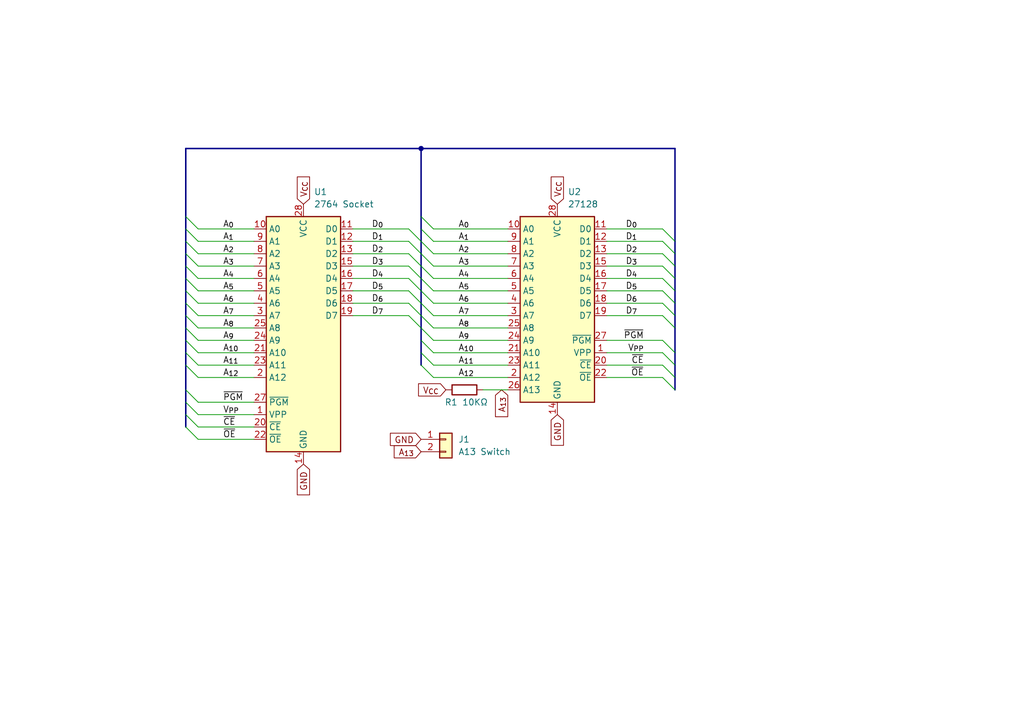
<source format=kicad_sch>
(kicad_sch (version 20250114) (generator "eeschema") (generator_version "9.0")
  (paper "A5")
  (title_block (title "2764 to 27128 Converter") (date "23/NOV/2025") (rev "A") (company "Brett Hallen") (comment 1 "www.youtube.com/@Brfff"))
  (lib_symbols
    (symbol "Connector_Generic:Conn_01x02" (pin_names (offset 1.016) (hide yes))
      (property "Reference" "J" (at 0 2.54 0))
      (property "Value" "Conn_01x02" (at 0 -5.08 0))
      (symbol "Conn_01x02_1_1"
        (rectangle (start -1.27 1.27) (end 1.27 -3.81) (stroke (width 0.254)) (fill (type background)))
        (rectangle (start -1.27 0.127) (end 0 -0.127) (stroke (width 0.1524)))
        (rectangle (start -1.27 -2.413) (end 0 -2.667) (stroke (width 0.1524)))
        (pin passive line (at -5.08 0 0) (length 3.81) (name "Pin_1") (number "1"))
        (pin passive line (at -5.08 -2.54 0) (length 3.81) (name "Pin_2") (number "2"))
      )
    )
    (symbol "Device:R" (pin_numbers (hide yes)) (pin_names (offset 0))
      (property "Reference" "R" (at 2.032 0 90))
      (property "Value" "R" (at 0 0 90))
      (symbol "R_0_1"
        (rectangle (start -1.016 -2.54) (end 1.016 2.54) (stroke (width 0.254)))
      )
      (symbol "R_1_1"
        (pin passive line (at 0 3.81 270) (length 1.27) (name "~") (number "1"))
        (pin passive line (at 0 -3.81 90) (length 1.27) (name "~") (number "2"))
      )
    )
    (symbol "Memory_EPROM:27128"
      (property "Reference" "U2" (at 2.1433 30.48 0))
      (property "Value" "27128" (at 2.1433 27.94 0))
      (symbol "27128_1_1"
        (rectangle (start -7.62 25.4) (end 7.62 -12.7) (stroke (width 0.254)) (fill (type background)))
        (pin input line (at -10.16 22.86 0) (length 2.54) (name "A0") (number "10"))
        (pin input line (at -10.16 20.32 0) (length 2.54) (name "A1") (number "9"))
        (pin input line (at -10.16 17.78 0) (length 2.54) (name "A2") (number "8"))
        (pin input line (at -10.16 15.24 0) (length 2.54) (name "A3") (number "7"))
        (pin input line (at -10.16 12.7 0) (length 2.54) (name "A4") (number "6"))
        (pin input line (at -10.16 10.16 0) (length 2.54) (name "A5") (number "5"))
        (pin input line (at -10.16 7.62 0) (length 2.54) (name "A6") (number "4"))
        (pin input line (at -10.16 5.08 0) (length 2.54) (name "A7") (number "3"))
        (pin input line (at -10.16 2.54 0) (length 2.54) (name "A8") (number "25"))
        (pin input line (at -10.16 0 0) (length 2.54) (name "A9") (number "24"))
        (pin input line (at -10.16 -2.54 0) (length 2.54) (name "A10") (number "21"))
        (pin input line (at -10.16 -5.08 0) (length 2.54) (name "A11") (number "23"))
        (pin input line (at -10.16 -7.62 0) (length 2.54) (name "A12") (number "2"))
        (pin input line (at -10.16 -10.16 0) (length 2.54) (name "A13") (number "26"))
        (pin power_in line (at 0 27.94 270) (length 2.54) (name "VCC") (number "28"))
        (pin power_in line (at 0 -15.24 90) (length 2.54) (name "GND") (number "14"))
        (pin tri_state line (at 10.16 22.86 180) (length 2.54) (name "D0") (number "11"))
        (pin tri_state line (at 10.16 20.32 180) (length 2.54) (name "D1") (number "12"))
        (pin tri_state line (at 10.16 17.78 180) (length 2.54) (name "D2") (number "13"))
        (pin tri_state line (at 10.16 15.24 180) (length 2.54) (name "D3") (number "15"))
        (pin tri_state line (at 10.16 12.7 180) (length 2.54) (name "D4") (number "16"))
        (pin tri_state line (at 10.16 10.16 180) (length 2.54) (name "D5") (number "17"))
        (pin tri_state line (at 10.16 7.62 180) (length 2.54) (name "D6") (number "18"))
        (pin tri_state line (at 10.16 5.08 180) (length 2.54) (name "D7") (number "19"))
        (pin input line (at 10.16 0 180) (length 2.54) (name "~{PGM}") (number "27"))
        (pin input line (at 10.16 -2.54 180) (length 2.54) (name "VPP") (number "1"))
        (pin input line (at 10.16 -5.08 180) (length 2.54) (name "~{CE}") (number "20"))
        (pin input line (at 10.16 -7.62 180) (length 2.54) (name "~{OE}") (number "22"))
      )
    )
    (symbol "Memory_EPROM:2764"
      (property "Reference" "U" (at -7.62 24.13 0))
      (property "Value" "2764" (at 2.54 -26.67 0))
      (symbol "2764_1_1"
        (rectangle (start -7.62 22.86) (end 7.62 -25.4) (stroke (width 0.254)) (fill (type background)))
        (pin input line (at -10.16 20.32 0) (length 2.54) (name "A0") (number "10"))
        (pin input line (at -10.16 17.78 0) (length 2.54) (name "A1") (number "9"))
        (pin input line (at -10.16 15.24 0) (length 2.54) (name "A2") (number "8"))
        (pin input line (at -10.16 12.7 0) (length 2.54) (name "A3") (number "7"))
        (pin input line (at -10.16 10.16 0) (length 2.54) (name "A4") (number "6"))
        (pin input line (at -10.16 7.62 0) (length 2.54) (name "A5") (number "5"))
        (pin input line (at -10.16 5.08 0) (length 2.54) (name "A6") (number "4"))
        (pin input line (at -10.16 2.54 0) (length 2.54) (name "A7") (number "3"))
        (pin input line (at -10.16 0 0) (length 2.54) (name "A8") (number "25"))
        (pin input line (at -10.16 -2.54 0) (length 2.54) (name "A9") (number "24"))
        (pin input line (at -10.16 -5.08 0) (length 2.54) (name "A10") (number "21"))
        (pin input line (at -10.16 -7.62 0) (length 2.54) (name "A11") (number "23"))
        (pin input line (at -10.16 -10.16 0) (length 2.54) (name "A12") (number "2"))
        (pin input line (at -10.16 -15.24 0) (length 2.54) (name "~{PGM}") (number "27"))
        (pin input line (at -10.16 -17.78 0) (length 2.54) (name "VPP") (number "1"))
        (pin input line (at -10.16 -20.32 0) (length 2.54) (name "~{CE}") (number "20"))
        (pin input line (at -10.16 -22.86 0) (length 2.54) (name "~{OE}") (number "22"))
        (pin power_in line (at 0 25.4 270) (length 2.54) (name "VCC") (number "28"))
        (pin power_in line (at 0 -27.94 90) (length 2.54) (name "GND") (number "14"))
        (pin no_connect line (at 7.62 0 180) (length 2.54) (hide yes) (name "NC") (number "26"))
        (pin tri_state line (at 10.16 20.32 180) (length 2.54) (name "D0") (number "11"))
        (pin tri_state line (at 10.16 17.78 180) (length 2.54) (name "D1") (number "12"))
        (pin tri_state line (at 10.16 15.24 180) (length 2.54) (name "D2") (number "13"))
        (pin tri_state line (at 10.16 12.7 180) (length 2.54) (name "D3") (number "15"))
        (pin tri_state line (at 10.16 10.16 180) (length 2.54) (name "D4") (number "16"))
        (pin tri_state line (at 10.16 7.62 180) (length 2.54) (name "D5") (number "17"))
        (pin tri_state line (at 10.16 5.08 180) (length 2.54) (name "D6") (number "18"))
        (pin tri_state line (at 10.16 2.54 180) (length 2.54) (name "D7") (number "19"))
      )
    )
  )
  (junction (at 86.36 30.48))
  (bus_entry (at 38.1 44.45) (size 2.54 2.54))
  (bus_entry (at 135.89 46.99) (size 2.54 2.54))
  (bus_entry (at 38.1 69.85) (size 2.54 2.54))
  (bus_entry (at 135.89 54.61) (size 2.54 2.54))
  (bus_entry (at 86.36 69.85) (size 2.54 2.54))
  (bus_entry (at 135.89 57.15) (size 2.54 2.54))
  (bus_entry (at 38.1 49.53) (size 2.54 2.54))
  (bus_entry (at 38.1 80.01) (size 2.54 2.54))
  (bus_entry (at 38.1 82.55) (size 2.54 2.54))
  (bus_entry (at 86.36 62.23) (size 2.54 2.54))
  (bus_entry (at 38.1 52.07) (size 2.54 2.54))
  (bus_entry (at 86.36 49.53) (size 2.54 2.54))
  (bus_entry (at 86.36 67.31) (size 2.54 2.54))
  (bus_entry (at 83.82 54.61) (size 2.54 2.54))
  (bus_entry (at 135.89 49.53) (size 2.54 2.54))
  (bus_entry (at 83.82 57.15) (size 2.54 2.54))
  (bus_entry (at 86.36 44.45) (size 2.54 2.54))
  (bus_entry (at 38.1 67.31) (size 2.54 2.54))
  (bus_entry (at 38.1 62.23) (size 2.54 2.54))
  (bus_entry (at 135.89 62.23) (size 2.54 2.54))
  (bus_entry (at 135.89 52.07) (size 2.54 2.54))
  (bus_entry (at 83.82 59.69) (size 2.54 2.54))
  (bus_entry (at 83.82 62.23) (size 2.54 2.54))
  (bus_entry (at 86.36 74.93) (size 2.54 2.54))
  (bus_entry (at 38.1 59.69) (size 2.54 2.54))
  (bus_entry (at 83.82 52.07) (size 2.54 2.54))
  (bus_entry (at 38.1 57.15) (size 2.54 2.54))
  (bus_entry (at 86.36 57.15) (size 2.54 2.54))
  (bus_entry (at 38.1 46.99) (size 2.54 2.54))
  (bus_entry (at 86.36 52.07) (size 2.54 2.54))
  (bus_entry (at 86.36 54.61) (size 2.54 2.54))
  (bus_entry (at 135.89 59.69) (size 2.54 2.54))
  (bus_entry (at 83.82 64.77) (size 2.54 2.54))
  (bus_entry (at 83.82 46.99) (size 2.54 2.54))
  (bus_entry (at 38.1 85.09) (size 2.54 2.54))
  (bus_entry (at 86.36 72.39) (size 2.54 2.54))
  (bus_entry (at 38.1 64.77) (size 2.54 2.54))
  (bus_entry (at 38.1 72.39) (size 2.54 2.54))
  (bus_entry (at 135.89 77.47) (size 2.54 2.54))
  (bus_entry (at 86.36 59.69) (size 2.54 2.54))
  (bus_entry (at 38.1 74.93) (size 2.54 2.54))
  (bus_entry (at 86.36 64.77) (size 2.54 2.54))
  (bus_entry (at 135.89 72.39) (size 2.54 2.54))
  (bus_entry (at 83.82 49.53) (size 2.54 2.54))
  (bus_entry (at 38.1 87.63) (size 2.54 2.54))
  (bus_entry (at 135.89 74.93) (size 2.54 2.54))
  (bus_entry (at 86.36 46.99) (size 2.54 2.54))
  (bus_entry (at 135.89 64.77) (size 2.54 2.54))
  (bus_entry (at 38.1 54.61) (size 2.54 2.54))
  (bus_entry (at 135.89 69.85) (size 2.54 2.54))
  (bus (pts (xy 38.1 74.93) (xy 38.1 72.39)))
  (wire (pts (xy 72.39 64.77) (xy 83.82 64.77)))
  (wire (pts (xy 88.9 64.77) (xy 104.14 64.77)))
  (wire (pts (xy 40.64 52.07) (xy 52.07 52.07)))
  (bus (pts (xy 138.43 62.23) (xy 138.43 64.77)))
  (bus (pts (xy 138.43 57.15) (xy 138.43 59.69)))
  (bus (pts (xy 38.1 62.23) (xy 38.1 59.69)))
  (wire (pts (xy 40.64 74.93) (xy 52.07 74.93)))
  (bus (pts (xy 38.1 64.77) (xy 38.1 62.23)))
  (wire (pts (xy 40.64 72.39) (xy 52.07 72.39)))
  (bus (pts (xy 38.1 85.09) (xy 38.1 87.63)))
  (bus (pts (xy 138.43 74.93) (xy 138.43 77.47)))
  (bus (pts (xy 138.43 59.69) (xy 138.43 62.23)))
  (wire (pts (xy 124.46 46.99) (xy 135.89 46.99)))
  (wire (pts (xy 40.64 62.23) (xy 52.07 62.23)))
  (bus (pts (xy 86.36 59.69) (xy 86.36 62.23)))
  (bus (pts (xy 38.1 46.99) (xy 38.1 44.45)))
  (bus (pts (xy 86.36 46.99) (xy 86.36 49.53)))
  (wire (pts (xy 99.06 80.01) (xy 104.14 80.01)))
  (wire (pts (xy 40.64 67.31) (xy 52.07 67.31)))
  (wire (pts (xy 88.9 49.53) (xy 104.14 49.53)))
  (wire (pts (xy 40.64 46.99) (xy 52.07 46.99)))
  (wire (pts (xy 124.46 64.77) (xy 135.89 64.77)))
  (wire (pts (xy 88.9 67.31) (xy 104.14 67.31)))
  (bus (pts (xy 38.1 57.15) (xy 38.1 54.61)))
  (wire (pts (xy 124.46 72.39) (xy 135.89 72.39)))
  (bus (pts (xy 38.1 49.53) (xy 38.1 46.99)))
  (bus (pts (xy 86.36 52.07) (xy 86.36 54.61)))
  (wire (pts (xy 72.39 57.15) (xy 83.82 57.15)))
  (bus (pts (xy 86.36 69.85) (xy 86.36 72.39)))
  (wire (pts (xy 40.64 59.69) (xy 52.07 59.69)))
  (bus (pts (xy 38.1 80.01) (xy 38.1 82.55)))
  (bus (pts (xy 138.43 30.48) (xy 138.43 49.53)))
  (bus (pts (xy 138.43 72.39) (xy 138.43 74.93)))
  (bus (pts (xy 38.1 52.07) (xy 38.1 49.53)))
  (wire (pts (xy 40.64 87.63) (xy 52.07 87.63)))
  (bus (pts (xy 38.1 59.69) (xy 38.1 57.15)))
  (wire (pts (xy 88.9 72.39) (xy 104.14 72.39)))
  (wire (pts (xy 88.9 54.61) (xy 104.14 54.61)))
  (wire (pts (xy 72.39 54.61) (xy 83.82 54.61)))
  (bus (pts (xy 86.36 49.53) (xy 86.36 52.07)))
  (bus (pts (xy 86.36 72.39) (xy 86.36 74.93)))
  (wire (pts (xy 40.64 85.09) (xy 52.07 85.09)))
  (wire (pts (xy 124.46 69.85) (xy 135.89 69.85)))
  (bus (pts (xy 38.1 72.39) (xy 38.1 69.85)))
  (bus (pts (xy 86.36 62.23) (xy 86.36 64.77)))
  (bus (pts (xy 38.1 74.93) (xy 38.1 80.01)))
  (bus (pts (xy 138.43 77.47) (xy 138.43 80.01)))
  (bus (pts (xy 86.36 30.48) (xy 138.43 30.48)))
  (wire (pts (xy 72.39 59.69) (xy 83.82 59.69)))
  (wire (pts (xy 124.46 74.93) (xy 135.89 74.93)))
  (wire (pts (xy 40.64 69.85) (xy 52.07 69.85)))
  (wire (pts (xy 88.9 74.93) (xy 104.14 74.93)))
  (bus (pts (xy 86.36 64.77) (xy 86.36 67.31)))
  (bus (pts (xy 138.43 64.77) (xy 138.43 67.31)))
  (wire (pts (xy 124.46 54.61) (xy 135.89 54.61)))
  (bus (pts (xy 138.43 49.53) (xy 138.43 52.07)))
  (wire (pts (xy 40.64 57.15) (xy 52.07 57.15)))
  (bus (pts (xy 86.36 57.15) (xy 86.36 59.69)))
  (bus (pts (xy 138.43 67.31) (xy 138.43 72.39)))
  (wire (pts (xy 40.64 90.17) (xy 52.07 90.17)))
  (wire (pts (xy 72.39 49.53) (xy 83.82 49.53)))
  (wire (pts (xy 40.64 82.55) (xy 52.07 82.55)))
  (bus (pts (xy 86.36 44.45) (xy 86.36 46.99)))
  (bus (pts (xy 138.43 54.61) (xy 138.43 57.15)))
  (wire (pts (xy 40.64 49.53) (xy 52.07 49.53)))
  (bus (pts (xy 86.36 54.61) (xy 86.36 57.15)))
  (bus (pts (xy 86.36 67.31) (xy 86.36 69.85)))
  (wire (pts (xy 88.9 52.07) (xy 104.14 52.07)))
  (wire (pts (xy 88.9 46.99) (xy 104.14 46.99)))
  (wire (pts (xy 72.39 46.99) (xy 83.82 46.99)))
  (bus (pts (xy 86.36 30.48) (xy 86.36 44.45)))
  (wire (pts (xy 40.64 64.77) (xy 52.07 64.77)))
  (wire (pts (xy 88.9 62.23) (xy 104.14 62.23)))
  (wire (pts (xy 72.39 52.07) (xy 83.82 52.07)))
  (bus (pts (xy 38.1 82.55) (xy 38.1 85.09)))
  (wire (pts (xy 40.64 77.47) (xy 52.07 77.47)))
  (wire (pts (xy 88.9 77.47) (xy 104.14 77.47)))
  (wire (pts (xy 124.46 77.47) (xy 135.89 77.47)))
  (bus (pts (xy 38.1 69.85) (xy 38.1 67.31)))
  (bus (pts (xy 38.1 44.45) (xy 38.1 30.48)))
  (wire (pts (xy 40.64 54.61) (xy 52.07 54.61)))
  (wire (pts (xy 72.39 62.23) (xy 83.82 62.23)))
  (wire (pts (xy 88.9 59.69) (xy 104.14 59.69)))
  (wire (pts (xy 88.9 69.85) (xy 104.14 69.85)))
  (wire (pts (xy 124.46 49.53) (xy 135.89 49.53)))
  (bus (pts (xy 38.1 54.61) (xy 38.1 52.07)))
  (bus (pts (xy 38.1 30.48) (xy 86.36 30.48)))
  (wire (pts (xy 88.9 57.15) (xy 104.14 57.15)))
  (bus (pts (xy 38.1 67.31) (xy 38.1 64.77)))
  (bus (pts (xy 138.43 52.07) (xy 138.43 54.61)))
  (wire (pts (xy 124.46 62.23) (xy 135.89 62.23)))
  (wire (pts (xy 124.46 52.07) (xy 135.89 52.07)))
  (wire (pts (xy 124.46 59.69) (xy 135.89 59.69)))
  (wire (pts (xy 124.46 57.15) (xy 135.89 57.15)))
  (label "A_{4}" (at 45.72 57.15 0))
  (label "D_{6}" (at 76.2 62.23 0))
  (label "D_{3}" (at 76.2 54.61 0))
  (label "D_{3}" (at 128.27 54.61 0))
  (label "A_{3}" (at 45.72 54.61 0))
  (label "A_{9}" (at 93.98 69.85 0))
  (label "A_{10}" (at 93.98 72.39 0))
  (label "D_{0}" (at 76.2 46.99 0))
  (label "D_{4}" (at 128.27 57.15 0))
  (label "A_{3}" (at 93.98 54.61 0))
  (label "A_{5}" (at 93.98 59.69 0))
  (label "A_{6}" (at 93.98 62.23 0))
  (label "D_{2}" (at 128.27 52.07 0))
  (label "D_{2}" (at 76.2 52.07 0))
  (label "~{CE}" (at 132.08 74.93 180))
  (label "A_{6}" (at 45.72 62.23 0))
  (label "D_{5}" (at 128.27 59.69 0))
  (label "V_{PP}" (at 45.72 85.09 0))
  (label "A_{9}" (at 45.72 69.85 0))
  (label "D_{6}" (at 128.27 62.23 0))
  (label "D_{0}" (at 128.27 46.99 0))
  (label "A_{0}" (at 93.98 46.99 0))
  (label "D_{5}" (at 76.2 59.69 0))
  (label "A_{12}" (at 45.72 77.47 0))
  (label "A_{2}" (at 45.72 52.07 0))
  (label "~{OE}" (at 45.72 90.17 0))
  (label "~{PGM}" (at 45.72 82.55 0))
  (label "A_{8}" (at 93.98 67.31 0))
  (label "A_{2}" (at 93.98 52.07 0))
  (label "D_{4}" (at 76.2 57.15 0))
  (label "D_{7}" (at 76.2 64.77 0))
  (label "~{CE}" (at 45.72 87.63 0))
  (label "~{OE}" (at 132.08 77.47 180))
  (label "D_{1}" (at 76.2 49.53 0))
  (label "A_{4}" (at 93.98 57.15 0))
  (label "A_{1}" (at 45.72 49.53 0))
  (label "A_{8}" (at 45.72 67.31 0))
  (label "A_{7}" (at 93.98 64.77 0))
  (label "A_{1}" (at 93.98 49.53 0))
  (label "A_{11}" (at 45.72 74.93 0))
  (label "~{PGM}" (at 132.08 69.85 180))
  (label "A_{5}" (at 45.72 59.69 0))
  (label "D_{1}" (at 128.27 49.53 0))
  (label "A_{0}" (at 45.72 46.99 0))
  (label "A_{11}" (at 93.98 74.93 0))
  (label "A_{10}" (at 45.72 72.39 0))
  (label "A_{12}" (at 93.98 77.47 0))
  (label "A_{7}" (at 45.72 64.77 0))
  (label "D_{7}" (at 128.27 64.77 0))
  (label "V_{PP}" (at 132.08 72.39 180))
  (global_label "GND" (shape input) (at 62.23 95.25 270) (property "Intersheetrefs" "${INTERSHEET_REFS}" (effects (hide yes))))
  (global_label "GND" (shape input) (at 86.36 90.17 180) (property "Intersheetrefs" "${INTERSHEET_REFS}" (effects (hide yes))))
  (global_label "GND" (shape input) (at 114.3 85.09 270) (property "Intersheetrefs" "${INTERSHEET_REFS}" (effects (hide yes))))
  (global_label "V_{CC}" (shape input) (at 114.3 41.91 90) (property "Intersheetrefs" "${INTERSHEET_REFS}" (effects (hide yes))))
  (global_label "V_{CC}" (shape input) (at 91.44 80.01 180) (property "Intersheetrefs" "${INTERSHEET_REFS}" (effects (hide yes))))
  (global_label "A_{13}" (shape input) (at 86.36 92.71 180) (property "Intersheetrefs" "${INTERSHEET_REFS}" (effects (hide yes))))
  (global_label "A_{13}" (shape input) (at 102.87 80.01 270) (property "Intersheetrefs" "${INTERSHEET_REFS}" (effects (hide yes))))
  (global_label "V_{CC}" (shape input) (at 62.23 41.91 90) (property "Intersheetrefs" "${INTERSHEET_REFS}" (effects (hide yes))))
  (symbol (lib_id "Connector_Generic:Conn_01x02") (at 91.44 90.17 0) (unit 1)
    (property "Reference" "J1" (at 93.98 90.1699 0) (effects (justify left)))
    (property "Value" "A13 Switch" (at 93.98 92.7099 0) (effects (justify left)))
    (property "Footprint" "Connector_PinHeader_2.54mm:PinHeader_1x02_P2.54mm_Vertical" (effects (hide yes)))
    (property "Description" "Generic connector, single row, 01x02, script generated (kicad-library-utils/schlib/autogen/connector/)" (effects (hide yes)))
  )
  (symbol (lib_id "Memory_EPROM:27128") (at 114.3 69.85 0) (unit 1)
    (property "Reference" "U2" (at 116.4433 39.37 0) (effects (justify left)))
    (property "Value" "27128" (at 116.4433 41.91 0) (effects (justify left)))
    (property "Footprint" "Package_DIP:DIP-28_W15.24mm" (effects (hide yes)))
    (property "Datasheet" "http://eeshop.unl.edu/pdf/27128.pdf" (effects (hide yes)))
    (property "Description" "UV Erasable EPROM 128 KiBit, [Obsolete 2000-11]" (effects (hide yes)))
  )
  (symbol (lib_id "Device:R") (at 95.25 80.01 270) (unit 1)
    (property "Reference" "R1" (at 91.186 82.55 90) (effects (justify left)))
    (property "Value" "10KΩ" (at 94.742 82.55 90) (effects (justify left)))
    (property "Footprint" "Resistor_THT:R_Axial_DIN0207_L6.3mm_D2.5mm_P7.62mm_Horizontal" (effects (hide yes)))
    (property "Description" "Resistor" (effects (hide yes)))
  )
  (symbol (lib_id "Memory_EPROM:2764") (at 62.23 67.31 0) (unit 1)
    (property "Reference" "U1" (at 64.3733 39.37 0) (effects (justify left)))
    (property "Value" "2764 Socket" (at 64.3733 41.91 0) (effects (justify left)))
    (property "Footprint" "Clueless_Engineer:DIP-28_Adapter" (effects (hide yes)))
    (property "Datasheet" "https://downloads.reactivemicro.com/Electronics/ROM/2764%20EPROM.pdf" (effects (hide yes)))
    (property "Description" "EPROM 64 KiBit, [Obsolete 2000-11]" (effects (hide yes)))
  )
)
</source>
